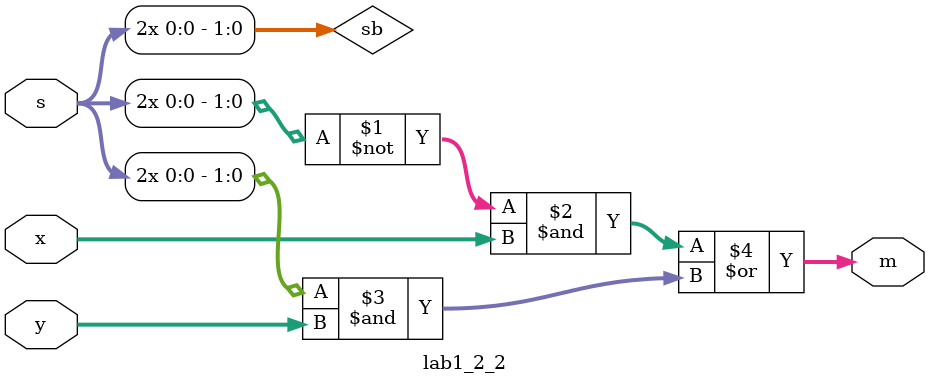
<source format=v>
`timescale 1ns / 1ps


module lab1_2_2(
    input [1:0] x,
    input [1:0] y,
    input s,
    output [1:0] m
    );
    wire [1:0] sb;
    buf (sb[1], sb[0], s);
    assign #3 m = (~sb & x) | (sb & y);
endmodule

</source>
